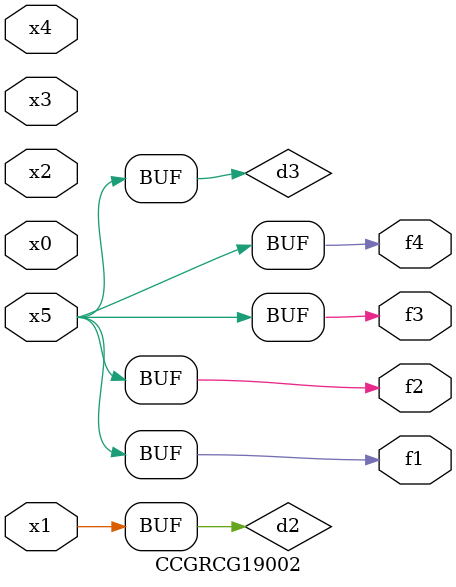
<source format=v>
module CCGRCG19002(
	input x0, x1, x2, x3, x4, x5,
	output f1, f2, f3, f4
);

	wire d1, d2, d3;

	not (d1, x5);
	or (d2, x1);
	xnor (d3, d1);
	assign f1 = d3;
	assign f2 = d3;
	assign f3 = d3;
	assign f4 = d3;
endmodule

</source>
